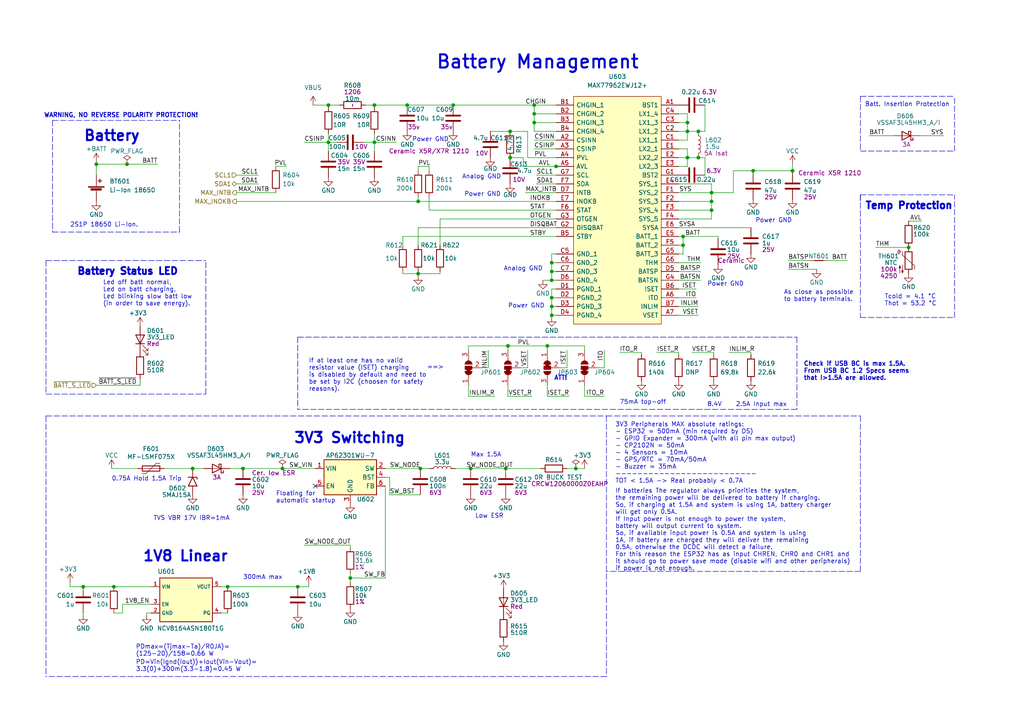
<source format=kicad_sch>
(kicad_sch (version 20211123) (generator eeschema)
  (paper "A4")
  (title_block (title "BATT") (date "2022-05-04") (rev "BETA") (company "tollsimy"))
  (junction (at 70.485 135.89))
  (junction (at 86.36 170.18))
  (junction (at 121.92 135.89))
  (junction (at 55.88 135.89))
  (junction (at 27.94 47.625))
  (junction (at 154.94 30.48))
  (junction (at 118.11 30.48))
  (junction (at 218.44 49.53))
  (junction (at 206.375 58.42))
  (junction (at 206.375 60.96))
  (junction (at 108.585 41.275))
  (junction (at 158.75 100.33))
  (junction (at 154.94 35.56))
  (junction (at 199.39 45.72))
  (junction (at 160.02 86.36))
  (junction (at 198.12 71.12))
  (junction (at 136.525 135.89))
  (junction (at 146.685 135.89))
  (junction (at 95.25 41.275))
  (junction (at 95.25 30.48))
  (junction (at 206.375 55.88))
  (junction (at 33.02 170.18))
  (junction (at 154.94 33.02))
  (junction (at 147.32 100.33))
  (junction (at 121.285 58.42))
  (junction (at 202.565 38.1))
  (junction (at 160.02 88.9))
  (junction (at 147.955 45.72))
  (junction (at 167.005 135.89))
  (junction (at 160.02 78.74))
  (junction (at 160.02 81.28))
  (junction (at 199.39 38.1))
  (junction (at 160.02 91.44))
  (junction (at 36.83 47.625))
  (junction (at 101.6 167.64))
  (junction (at 202.565 45.72))
  (junction (at 81.915 135.89))
  (junction (at 229.87 49.53))
  (junction (at 198.12 68.58))
  (junction (at 160.02 76.2))
  (junction (at 199.39 35.56))
  (junction (at 147.955 38.1))
  (junction (at 24.13 170.18))
  (junction (at 131.445 30.48))
  (junction (at 121.285 79.375))
  (junction (at 66.04 170.18))
  (junction (at 263.525 71.755))
  (junction (at 108.585 30.48))
  (junction (at 161.29 48.26))
  (no_connect (at 91.44 140.97))
  (wire (pts (xy 153.035 38.1) (xy 153.035 45.72)))
  (wire (pts (xy 160.02 88.9) (xy 161.29 88.9)))
  (wire (pts (xy 162.56 48.26) (xy 161.29 48.26)))
  (wire (pts (xy 206.375 55.88) (xy 206.375 58.42)))
  (wire (pts (xy 161.29 83.82) (xy 160.02 83.82)))
  (wire (pts (xy 196.85 83.82) (xy 201.93 83.82)))
  (wire (pts (xy 160.02 81.28) (xy 161.29 81.28)))
  (wire (pts (xy 263.525 71.755) (xy 254 71.755)))
  (wire (pts (xy 95.25 30.48) (xy 98.425 30.48)))
  (wire (pts (xy 153.035 106.68) (xy 151.13 106.68)))
  (wire (pts (xy 199.39 43.18) (xy 199.39 45.72)))
  (wire (pts (xy 121.285 66.04) (xy 121.285 71.12)))
  (wire (pts (xy 206.375 55.88) (xy 196.85 55.88)))
  (wire (pts (xy 200.66 102.235) (xy 207.01 102.235)))
  (wire (pts (xy 121.285 57.15) (xy 121.285 58.42)))
  (wire (pts (xy 42.545 177.8) (xy 42.545 178.435)))
  (wire (pts (xy 190.5 102.235) (xy 196.85 102.235)))
  (wire (pts (xy 64.135 170.18) (xy 66.04 170.18)))
  (wire (pts (xy 155.575 50.8) (xy 161.29 50.8)))
  (wire (pts (xy 32.385 135.89) (xy 40.005 135.89)))
  (wire (pts (xy 160.02 78.74) (xy 160.02 81.28)))
  (wire (pts (xy 81.915 135.89) (xy 91.44 135.89)))
  (wire (pts (xy 206.375 58.42) (xy 196.85 58.42)))
  (wire (pts (xy 164.465 135.89) (xy 167.005 135.89)))
  (polyline (pts (xy 249.555 27.94) (xy 276.86 27.94)))
  (wire (pts (xy 40.64 109.855) (xy 40.64 111.76)))
  (wire (pts (xy 95.25 30.48) (xy 95.25 31.115)))
  (wire (pts (xy 160.02 73.66) (xy 160.02 76.2)))
  (wire (pts (xy 199.39 35.56) (xy 196.85 35.56)))
  (wire (pts (xy 127.635 63.5) (xy 161.29 63.5)))
  (wire (pts (xy 160.02 86.36) (xy 160.02 88.9)))
  (wire (pts (xy 151.765 48.26) (xy 161.29 48.26)))
  (wire (pts (xy 146.685 135.89) (xy 156.845 135.89)))
  (polyline (pts (xy 13.335 75.565) (xy 59.69 75.565)))
  (wire (pts (xy 124.46 49.53) (xy 124.46 48.26)))
  (wire (pts (xy 196.85 81.28) (xy 203.2 81.28)))
  (wire (pts (xy 35.56 175.26) (xy 35.56 177.8)))
  (wire (pts (xy 206.375 60.96) (xy 196.85 60.96)))
  (wire (pts (xy 208.28 69.215) (xy 208.28 68.58)))
  (wire (pts (xy 252.095 39.37) (xy 259.08 39.37)))
  (wire (pts (xy 204.47 30.48) (xy 204.47 38.1)))
  (wire (pts (xy 66.04 170.18) (xy 86.36 170.18)))
  (wire (pts (xy 106.045 30.48) (xy 108.585 30.48)))
  (wire (pts (xy 196.85 91.44) (xy 202.565 91.44)))
  (wire (pts (xy 228.6 78.105) (xy 236.855 78.105)))
  (polyline (pts (xy 15.24 34.925) (xy 52.07 34.925)))
  (polyline (pts (xy 15.24 34.925) (xy 15.24 67.31)))
  (wire (pts (xy 95.25 43.815) (xy 95.25 41.275)))
  (wire (pts (xy 240.03 75.565) (xy 245.745 75.565)))
  (wire (pts (xy 175.26 101.6) (xy 175.26 106.68)))
  (wire (pts (xy 95.25 38.735) (xy 95.25 41.275)))
  (polyline (pts (xy 249.555 56.515) (xy 249.555 92.075)))
  (wire (pts (xy 263.525 64.135) (xy 267.335 64.135)))
  (polyline (pts (xy 13.335 75.565) (xy 13.335 114.3)))
  (wire (pts (xy 196.85 86.36) (xy 201.93 86.36)))
  (wire (pts (xy 36.83 47.625) (xy 45.72 47.625)))
  (wire (pts (xy 169.545 101.6) (xy 169.545 100.33)))
  (polyline (pts (xy 13.335 114.3) (xy 59.69 114.3)))
  (wire (pts (xy 88.265 41.275) (xy 95.25 41.275)))
  (wire (pts (xy 20.32 170.18) (xy 24.13 170.18)))
  (wire (pts (xy 43.815 177.8) (xy 42.545 177.8)))
  (wire (pts (xy 111.76 140.97) (xy 111.76 167.64)))
  (wire (pts (xy 160.02 91.44) (xy 160.02 92.075)))
  (wire (pts (xy 132.08 135.89) (xy 136.525 135.89)))
  (polyline (pts (xy 13.335 120.65) (xy 13.335 196.215)))
  (wire (pts (xy 116.84 78.74) (xy 116.84 79.375)))
  (wire (pts (xy 179.705 102.235) (xy 186.055 102.235)))
  (wire (pts (xy 206.375 53.34) (xy 206.375 55.88)))
  (polyline (pts (xy 249.555 56.515) (xy 249.555 58.42)))
  (wire (pts (xy 217.805 102.87) (xy 217.805 102.235)))
  (wire (pts (xy 152.4 55.88) (xy 161.29 55.88)))
  (wire (pts (xy 229.87 47.625) (xy 229.87 49.53)))
  (wire (pts (xy 211.455 102.235) (xy 217.805 102.235)))
  (wire (pts (xy 206.375 55.88) (xy 212.725 55.88)))
  (wire (pts (xy 74.93 50.8) (xy 68.58 50.8)))
  (wire (pts (xy 101.6 167.64) (xy 111.76 167.64)))
  (wire (pts (xy 154.94 30.48) (xy 161.29 30.48)))
  (wire (pts (xy 151.765 45.72) (xy 151.765 48.26)))
  (wire (pts (xy 90.805 30.48) (xy 95.25 30.48)))
  (wire (pts (xy 27.94 46.99) (xy 27.94 47.625)))
  (polyline (pts (xy 86.36 97.79) (xy 231.14 97.79)))
  (wire (pts (xy 105.41 41.275) (xy 108.585 41.275)))
  (wire (pts (xy 154.94 43.18) (xy 161.29 43.18)))
  (wire (pts (xy 169.545 111.76) (xy 169.545 114.935)))
  (polyline (pts (xy 86.36 97.79) (xy 86.36 118.745)))
  (wire (pts (xy 160.02 86.36) (xy 161.29 86.36)))
  (wire (pts (xy 64.135 177.8) (xy 66.04 177.8)))
  (wire (pts (xy 196.85 53.34) (xy 206.375 53.34)))
  (polyline (pts (xy 249.555 165.735) (xy 175.895 165.735)))
  (wire (pts (xy 218.44 50.165) (xy 218.44 49.53)))
  (wire (pts (xy 199.39 35.56) (xy 199.39 38.1)))
  (wire (pts (xy 175.26 106.68) (xy 173.355 106.68)))
  (wire (pts (xy 154.94 40.64) (xy 161.29 40.64)))
  (wire (pts (xy 196.85 88.9) (xy 202.565 88.9)))
  (wire (pts (xy 206.375 58.42) (xy 206.375 60.96)))
  (wire (pts (xy 116.84 68.58) (xy 116.84 71.12)))
  (wire (pts (xy 47.625 135.89) (xy 55.88 135.89)))
  (wire (pts (xy 147.32 111.76) (xy 147.32 114.935)))
  (wire (pts (xy 206.375 60.96) (xy 206.375 63.5)))
  (wire (pts (xy 113.03 143.51) (xy 113.03 138.43)))
  (wire (pts (xy 24.13 177.8) (xy 24.13 178.435)))
  (wire (pts (xy 199.39 45.72) (xy 199.39 48.26)))
  (wire (pts (xy 127.635 63.5) (xy 127.635 71.12)))
  (wire (pts (xy 20.32 168.91) (xy 20.32 170.18)))
  (wire (pts (xy 70.485 135.89) (xy 81.915 135.89)))
  (wire (pts (xy 101.6 158.115) (xy 101.6 158.75)))
  (wire (pts (xy 27.94 47.625) (xy 36.83 47.625)))
  (wire (pts (xy 158.75 101.6) (xy 158.75 100.33)))
  (wire (pts (xy 161.29 73.66) (xy 160.02 73.66)))
  (polyline (pts (xy 175.895 120.65) (xy 249.555 120.65)))
  (polyline (pts (xy 249.555 56.515) (xy 276.86 56.515)))
  (wire (pts (xy 135.89 111.76) (xy 135.89 114.935)))
  (wire (pts (xy 153.035 101.6) (xy 153.035 106.68)))
  (wire (pts (xy 212.725 49.53) (xy 218.44 49.53)))
  (wire (pts (xy 88.265 158.115) (xy 101.6 158.115)))
  (wire (pts (xy 27.94 111.76) (xy 40.64 111.76)))
  (wire (pts (xy 147.32 114.935) (xy 154.305 114.935)))
  (wire (pts (xy 196.85 78.74) (xy 203.2 78.74)))
  (wire (pts (xy 266.7 39.37) (xy 273.685 39.37)))
  (wire (pts (xy 204.47 38.1) (xy 202.565 38.1)))
  (wire (pts (xy 147.32 100.33) (xy 147.32 101.6)))
  (wire (pts (xy 80.01 48.26) (xy 83.185 48.26)))
  (wire (pts (xy 55.88 135.89) (xy 59.055 135.89)))
  (wire (pts (xy 147.955 38.1) (xy 142.24 38.1)))
  (wire (pts (xy 108.585 38.735) (xy 108.585 41.275)))
  (polyline (pts (xy 249.555 92.075) (xy 276.86 92.075)))
  (wire (pts (xy 202.565 45.72) (xy 204.47 45.72)))
  (wire (pts (xy 199.39 48.26) (xy 196.85 48.26)))
  (polyline (pts (xy 231.14 118.745) (xy 86.36 118.745)))
  (wire (pts (xy 141.605 106.68) (xy 139.7 106.68)))
  (wire (pts (xy 108.585 30.48) (xy 118.11 30.48)))
  (wire (pts (xy 154.94 30.48) (xy 154.94 33.02)))
  (wire (pts (xy 160.02 78.74) (xy 161.29 78.74)))
  (wire (pts (xy 121.92 135.89) (xy 124.46 135.89)))
  (wire (pts (xy 160.02 91.44) (xy 161.29 91.44)))
  (wire (pts (xy 207.01 102.87) (xy 207.01 102.235)))
  (wire (pts (xy 116.84 79.375) (xy 121.285 79.375)))
  (wire (pts (xy 116.84 68.58) (xy 161.29 68.58)))
  (wire (pts (xy 154.94 35.56) (xy 161.29 35.56)))
  (wire (pts (xy 199.39 33.02) (xy 199.39 35.56)))
  (wire (pts (xy 24.13 170.18) (xy 33.02 170.18)))
  (polyline (pts (xy 15.24 67.31) (xy 52.07 67.31)))
  (wire (pts (xy 186.055 102.87) (xy 186.055 102.235)))
  (wire (pts (xy 33.02 170.18) (xy 43.815 170.18)))
  (wire (pts (xy 199.39 38.1) (xy 196.85 38.1)))
  (wire (pts (xy 229.87 50.165) (xy 229.87 49.53)))
  (wire (pts (xy 196.85 33.02) (xy 199.39 33.02)))
  (wire (pts (xy 198.12 68.58) (xy 208.28 68.58)))
  (wire (pts (xy 196.85 73.66) (xy 198.12 73.66)))
  (wire (pts (xy 124.46 57.15) (xy 124.46 60.96)))
  (wire (pts (xy 164.465 101.6) (xy 164.465 106.68)))
  (wire (pts (xy 27.94 50.8) (xy 27.94 47.625)))
  (wire (pts (xy 136.525 135.89) (xy 146.685 135.89)))
  (wire (pts (xy 108.585 30.48) (xy 108.585 31.115)))
  (wire (pts (xy 199.39 40.64) (xy 196.85 40.64)))
  (wire (pts (xy 196.85 43.18) (xy 199.39 43.18)))
  (wire (pts (xy 160.02 88.9) (xy 160.02 91.44)))
  (wire (pts (xy 35.56 175.26) (xy 43.815 175.26)))
  (wire (pts (xy 161.29 45.72) (xy 153.035 45.72)))
  (wire (pts (xy 121.285 66.04) (xy 161.29 66.04)))
  (wire (pts (xy 121.285 58.42) (xy 68.58 58.42)))
  (wire (pts (xy 199.39 38.1) (xy 202.565 38.1)))
  (wire (pts (xy 204.47 45.72) (xy 204.47 50.8)))
  (wire (pts (xy 196.85 45.72) (xy 199.39 45.72)))
  (wire (pts (xy 89.535 169.545) (xy 89.535 170.18)))
  (wire (pts (xy 169.545 114.935) (xy 175.26 114.935)))
  (wire (pts (xy 154.94 35.56) (xy 154.94 38.1)))
  (wire (pts (xy 135.89 100.33) (xy 147.32 100.33)))
  (wire (pts (xy 121.285 58.42) (xy 161.29 58.42)))
  (wire (pts (xy 164.465 106.68) (xy 162.56 106.68)))
  (polyline (pts (xy 276.86 92.075) (xy 276.86 56.515)))
  (polyline (pts (xy 52.07 67.31) (xy 52.07 34.925)))
  (wire (pts (xy 135.89 114.935) (xy 143.51 114.935)))
  (wire (pts (xy 108.585 41.275) (xy 114.935 41.275)))
  (wire (pts (xy 147.955 45.72) (xy 151.765 45.72)))
  (wire (pts (xy 154.94 38.1) (xy 161.29 38.1)))
  (wire (pts (xy 158.75 111.76) (xy 158.75 114.935)))
  (wire (pts (xy 66.675 135.89) (xy 70.485 135.89)))
  (wire (pts (xy 124.46 60.96) (xy 161.29 60.96)))
  (wire (pts (xy 196.85 71.12) (xy 198.12 71.12)))
  (wire (pts (xy 113.03 143.51) (xy 121.92 143.51)))
  (wire (pts (xy 196.85 102.87) (xy 196.85 102.235)))
  (wire (pts (xy 198.12 71.12) (xy 198.12 68.58)))
  (wire (pts (xy 212.725 55.88) (xy 212.725 49.53)))
  (wire (pts (xy 160.02 76.2) (xy 160.02 78.74)))
  (wire (pts (xy 118.11 30.48) (xy 131.445 30.48)))
  (polyline (pts (xy 175.895 120.65) (xy 175.895 196.215)))
  (polyline (pts (xy 276.86 43.815) (xy 276.86 27.94)))
  (polyline (pts (xy 249.555 43.815) (xy 276.86 43.815)))
  (wire (pts (xy 141.605 101.6) (xy 141.605 106.68)))
  (polyline (pts (xy 249.555 120.65) (xy 249.555 165.735)))
  (wire (pts (xy 218.44 49.53) (xy 229.87 49.53)))
  (wire (pts (xy 158.75 114.935) (xy 165.1 114.935)))
  (wire (pts (xy 131.445 30.48) (xy 154.94 30.48)))
  (polyline (pts (xy 13.335 120.65) (xy 175.895 120.65)))
  (wire (pts (xy 198.12 73.66) (xy 198.12 71.12)))
  (wire (pts (xy 160.02 83.82) (xy 160.02 86.36)))
  (wire (pts (xy 68.58 55.88) (xy 80.01 55.88)))
  (wire (pts (xy 121.285 79.375) (xy 127.635 79.375)))
  (wire (pts (xy 111.76 138.43) (xy 113.03 138.43)))
  (wire (pts (xy 101.6 167.64) (xy 101.6 168.91)))
  (wire (pts (xy 95.25 41.275) (xy 97.79 41.275)))
  (wire (pts (xy 153.035 38.1) (xy 147.955 38.1)))
  (wire (pts (xy 135.89 101.6) (xy 135.89 100.33)))
  (polyline (pts (xy 175.895 196.215) (xy 13.335 196.215)))
  (wire (pts (xy 121.285 80.01) (xy 121.285 79.375)))
  (wire (pts (xy 157.48 81.28) (xy 160.02 81.28)))
  (wire (pts (xy 167.005 135.89) (xy 169.545 135.89)))
  (wire (pts (xy 124.46 48.26) (xy 121.285 48.26)))
  (wire (pts (xy 199.39 45.72) (xy 202.565 45.72)))
  (wire (pts (xy 101.6 167.64) (xy 101.6 166.37)))
  (wire (pts (xy 86.36 170.18) (xy 89.535 170.18)))
  (wire (pts (xy 206.375 63.5) (xy 196.85 63.5)))
  (wire (pts (xy 74.93 53.34) (xy 68.58 53.34)))
  (polyline (pts (xy 231.14 97.79) (xy 231.14 118.745)))
  (wire (pts (xy 121.285 78.74) (xy 121.285 79.375)))
  (wire (pts (xy 121.285 48.26) (xy 121.285 49.53)))
  (wire (pts (xy 196.85 68.58) (xy 198.12 68.58)))
  (wire (pts (xy 228.6 75.565) (xy 234.95 75.565)))
  (wire (pts (xy 108.585 41.275) (xy 108.585 43.815)))
  (wire (pts (xy 196.85 66.04) (xy 217.805 66.04)))
  (wire (pts (xy 158.75 100.33) (xy 147.32 100.33)))
  (wire (pts (xy 155.575 53.34) (xy 161.29 53.34)))
  (wire (pts (xy 111.76 135.89) (xy 121.92 135.89)))
  (wire (pts (xy 196.85 76.2) (xy 203.2 76.2)))
  (wire (pts (xy 127.635 78.74) (xy 127.635 79.375)))
  (wire (pts (xy 154.94 33.02) (xy 161.29 33.02)))
  (polyline (pts (xy 59.69 114.3) (xy 59.69 75.565)))
  (polyline (pts (xy 249.555 27.94) (xy 249.555 43.815)))
  (wire (pts (xy 33.02 177.8) (xy 35.56 177.8)))
  (wire (pts (xy 199.39 38.1) (xy 199.39 40.64)))
  (wire (pts (xy 154.94 33.02) (xy 154.94 35.56)))
  (wire (pts (xy 161.29 76.2) (xy 160.02 76.2)))
  (wire (pts (xy 169.545 100.33) (xy 158.75 100.33)))
  (text "ATT!" (at 160.655 110.49 0) (effects (font (size 1.27 1.27) (thickness 0.254) bold) (justify left bottom)))
  (text "Battery Management" (at 126.365 20.32 0) (effects (font (size 3.81 3.81) (thickness 0.6) bold) (justify left bottom)))
  (text "3V3 Switching" (at 85.09 128.905 0) (effects (font (size 3 3) (thickness 0.6) bold) (justify left bottom)))
  (text "Battery" (at 24.13 41.275 0) (effects (font (size 3 3) (thickness 0.6) bold) (justify left bottom)))
  (text "TVS VBR 17V IBR=1mA" (at 44.45 151.13 0) (effects (font (size 1.27 1.27)) (justify left bottom)))
  (text "3V3 Peripherals MAX absolute ratings:\n- ESP32 = 500mA (min required by DS)\n- GPIO Expander = 300mA (with all pin max output)\n- CP2102N = 50mA\n- 4 Sensors = 10mA\n- GPS/RTC = 70mA/50mA\n- Buzzer = 35mA\n--------------------------\nTOT < 1.5A -> Real probably < 0.7A" (at 178.435 140.335 0) (effects (font (size 1.27 1.27)) (justify left bottom)))
  (text "Power GND" (at 205.105 83.185 0) (effects (font (size 1.27 1.27)) (justify left bottom)))
  (text "2.5A Input max" (at 213.36 118.11 0) (effects (font (size 1.27 1.27)) (justify left bottom)))
  (text "If at least one has no valid\nresistor value (ISET) charging \nis disabled by default and need to\nbe set by I2C (choosen for safety\nreasons)." (at 89.535 113.665 0) (effects (font (size 1.27 1.27)) (justify left bottom)))
  (text "Batt. Insertion Protection" (at 250.825 31.115 0) (effects (font (size 1.27 1.27)) (justify left bottom)))
  (text "Analog GND" (at 133.985 52.07 0) (effects (font (size 1.27 1.27)) (justify left bottom)))
  (text "PD=Vin(Ignd(Iout))+Iout(Vin-Vout)=\n3.3(0)+300m(3.3-1.8)=0.45 W" (at 39.37 194.945 0) (effects (font (size 1.27 1.27)) (justify left bottom)))
  (text "Led off batt normal,\nLed on batt charging,\nLed blinking slow batt low\n(in order to save energy)." (at 29.845 88.9 0) (effects (font (size 1.27 1.27)) (justify left bottom)))
  (text "Temp Protection" (at 250.825 60.96 0) (effects (font (size 2.032 2.032) (thickness 0.6) bold) (justify left bottom)))
  (text "300mA max" (at 70.485 168.275 0) (effects (font (size 1.27 1.27)) (justify left bottom)))
  (text "Power GND" (at 147.32 89.535 0) (effects (font (size 1.27 1.27)) (justify left bottom)))
  (text "8.4V" (at 205.105 118.11 0) (effects (font (size 1.27 1.27)) (justify left bottom)))
  (text "Tcold = 4.1 °C\nThot = 53.2 °C" (at 256.54 88.9 0) (effects (font (size 1.27 1.27)) (justify left bottom)))
  (text "PDmax=(Tjmax-Ta)/R0JA)=\n(125-20)/158=0.66 W" (at 39.37 190.5 0) (effects (font (size 1.27 1.27)) (justify left bottom)))
  (text "Check if USB BC is max 1.5A.\nFrom USB BC 1.2 Specs seems\nthat I>1.5A are allowed." (at 233.045 110.49 0) (effects (font (size 1.27 1.27) (thickness 0.254) bold) (justify left bottom)))
  (text "Power GND" (at 134.62 57.15 0) (effects (font (size 1.27 1.27)) (justify left bottom)))
  (text "WARNING, NO REVERSE POLARITY PROTECTION!" (at 12.7 34.29 0) (effects (font (size 1.27 1.27) (thickness 0.254) bold) (justify left bottom)))
  (text "Max 1.5A" (at 136.525 132.715 0) (effects (font (size 1.27 1.27)) (justify left bottom)))
  (text "75mA top-off" (at 179.705 117.475 0) (effects (font (size 1.27 1.27)) (justify left bottom)))
  (text "If batteries The regulator always priorities the system,\nthe remaining power will be delivered to battery if charging.\nSo, if charging at 1.5A and system is using 1A, battery charger\nwill get only 0.5A.\nIf Input power is not enough to power the system,\nbattery will output current to system.\nSo, if available input power is 0.5A and system is using\n1A, if battery are charged they will deliver the remaining\n0.5A, otherwise the DCDC will detect a failure.\nFor this reason the ESP32 has as input CHREN, CHR0 and CHR1 and\nit should go to power save mode (disable wifi and other peripherals)\nif power is not enough." (at 178.435 165.735 0) (effects (font (size 1.27 1.27)) (justify left bottom)))
  (text "0.75A Hold 1.5A Trip" (at 32.385 139.7 0) (effects (font (size 1.27 1.27)) (justify left bottom)))
  (text "Floating for \nautomatic startup" (at 80.01 146.05 0) (effects (font (size 1.27 1.27)) (justify left bottom)))
  (text "Battery Status LED" (at 22.225 80.01 0) (effects (font (size 2.032 2.032) (thickness 0.6) bold) (justify left bottom)))
  (text "==>" (at 123.825 107.315 0) (effects (font (size 1.27 1.27)) (justify left bottom)))
  (text "Power GND" (at 219.075 64.77 0) (effects (font (size 1.27 1.27)) (justify left bottom)))
  (text "As close as possible\nto battery terminals." (at 227.33 87.63 0) (effects (font (size 1.27 1.27)) (justify left bottom)))
  (text "2S1P 18650 Li-Ion.\n" (at 20.32 66.04 0) (effects (font (size 1.27 1.27)) (justify left bottom)))
  (text "Analog GND" (at 146.05 78.74 0) (effects (font (size 1.27 1.27)) (justify left bottom)))
  (text "Power GND" (at 130.175 41.275 180) (effects (font (size 1.27 1.27)) (justify right bottom)))
  (text "Low ESR" (at 137.795 150.495 0) (effects (font (size 1.27 1.27)) (justify left bottom)))
  (text "1V8 Linear" (at 41.275 163.195 0) (effects (font (size 3 3) (thickness 0.6) bold) (justify left bottom)))
  (label "MAX_INTB" (at 152.4 55.88 0))
  (label "CSINP" (at 88.265 41.275 0))
  (label "INLIM" (at 141.605 101.6 270))
  (label "INOKB" (at 153.67 58.42 0))
  (label "THM" (at 203.2 76.2 180))
  (label "ISET_R" (at 190.5 102.235 0))
  (label "BATT" (at 45.72 47.625 180))
  (label "SW_NODE_OUT" (at 88.265 158.115 0))
  (label "BATSP" (at 228.6 75.565 0))
  (label "VSET_R" (at 154.305 114.935 180))
  (label "PVL" (at 154.94 45.72 0))
  (label "1V8_EN" (at 36.195 175.26 0))
  (label "ISET_R" (at 165.1 114.935 180))
  (label "ISET" (at 164.465 101.6 270))
  (label "VSET" (at 202.565 91.44 180))
  (label "BATT" (at 252.095 39.37 0))
  (label "SYS" (at 273.685 39.37 180))
  (label "STAT" (at 153.67 60.96 0))
  (label "SW_FB" (at 111.76 167.64 180))
  (label "CSINN" (at 154.94 40.64 0))
  (label "ITO" (at 201.93 86.36 180))
  (label "INLIM" (at 202.565 88.9 180))
  (label "PVL" (at 153.67 100.33 180))
  (label "INLIM_R" (at 211.455 102.235 0))
  (label "SW_BST" (at 113.03 143.51 0))
  (label "VSET" (at 153.035 101.6 270))
  (label "PVL" (at 83.185 48.26 180))
  (label "SDA1" (at 155.575 53.34 0))
  (label "SW_NODE_OUT" (at 135.255 135.89 0))
  (label "THM" (at 254 71.755 0))
  (label "PVL" (at 121.285 48.26 0))
  (label "BATSN" (at 228.6 78.105 0))
  (label "BATT" (at 203.2 68.58 180))
  (label "AVL" (at 156.21 48.26 0))
  (label "~{BATT_S_LED}" (at 28.575 111.76 0))
  (label "DISQBAT" (at 153.67 66.04 0))
  (label "SYSA" (at 196.85 66.04 0))
  (label "ISET" (at 201.93 83.82 180))
  (label "SW_NODE" (at 113.03 135.89 0))
  (label "BATT" (at 245.745 75.565 180))
  (label "SDA1" (at 74.93 53.34 180))
  (label "BATSP" (at 203.2 78.74 180))
  (label "VSET_R" (at 200.66 102.235 0))
  (label "ITO_R" (at 179.705 102.235 0))
  (label "ITO_R" (at 175.26 114.935 180))
  (label "CHGIN" (at 152.4 30.48 0))
  (label "INLIM_R" (at 143.51 114.935 180))
  (label "STBY" (at 153.67 68.58 0))
  (label "BATSN" (at 203.2 81.28 180))
  (label "SCL1" (at 74.93 50.8 180))
  (label "MAX_INTB" (at 78.105 55.88 180))
  (label "OTGEN" (at 153.67 63.5 0))
  (label "AVL" (at 267.335 64.135 180))
  (label "SW_VIN" (at 83.82 135.89 0))
  (label "SYS" (at 200.66 55.88 180))
  (label "ITO" (at 175.26 101.6 270))
  (label "CSINP" (at 154.94 43.18 0))
  (label "CSINN" (at 114.935 41.275 180))
  (label "SCL1" (at 155.575 50.8 0))
  (hierarchical_label "MAX_INTB" (shape output) (at 68.58 55.88 180))
  (hierarchical_label "SCL1" (shape input) (at 68.58 50.8 180))
  (hierarchical_label "~{BATT_S_LED}" (shape input) (at 27.94 111.76 180))
  (hierarchical_label "SDA1" (shape bidirectional) (at 68.58 53.34 180))
  (hierarchical_label "MAX_INOKB" (shape output) (at 68.58 58.42 180))
  (symbol (lib_id "Device:C") (at 86.36 173.99 0) (unit 1)
    (property "Reference" "C603" (at 89.535 172.7199 0) (effects (justify left)))
    (property "Value" "10u" (at 89.535 175.2599 0) (effects (justify left)))
    (property "Footprint" "Capacitor_SMD:C_0805_2012Metric" (effects hide))
  )
  (symbol (lib_id "power:GND") (at 186.055 110.49 0) (unit 1)
    (property "Reference" "#PWR0630" (effects hide))
    (property "Value" "GND" (at 186.055 114.3 0))
  )
  (symbol (lib_id "power:GND") (at 136.525 143.51 0) (unit 1)
    (property "Reference" "#PWR0619" (effects hide))
    (property "Value" "GND" (at 136.525 147.32 0))
  )
  (symbol (lib_id "Device:R") (at 40.64 106.045 0) (unit 1)
    (property "Reference" "R602" (at 42.545 105.41 0) (effects (justify left)))
    (property "Value" "510R" (at 42.545 107.315 0) (effects (justify left)))
    (property "Footprint" "Resistor_SMD:R_0603_1608Metric" (effects hide))
  )
  (symbol (lib_id "power:GND") (at 55.88 143.51 0) (unit 1)
    (property "Reference" "#PWR0608" (effects hide))
    (property "Value" "GND" (at 55.88 147.32 0))
  )
  (symbol (lib_id "Device:C") (at 200.66 50.8 90) (unit 1)
    (property "Reference" "C615" (at 199.39 52.07 90) (effects (justify left)))
    (property "Value" "0.22u" (at 207.645 52.07 90) (effects (justify left)))
    (property "Footprint" "Capacitor_SMD:C_0603_1608Metric" (effects hide))
    (property "Voltage" "6.3V" (at 207.01 49.53 90))
  )
  (symbol (lib_id "Device:C") (at 146.685 139.7 0) (unit 1)
    (property "Reference" "C612" (at 149.225 139.065 0) (effects (justify left)))
    (property "Value" "22u" (at 149.225 140.97 0) (effects (justify left)))
    (property "Footprint" "Capacitor_SMD:C_1206_3216Metric" (effects hide))
    (property "Voltage" "6V3" (at 149.225 142.875 0) (effects (justify left)))
  )
  (symbol (lib_id "ICCI-LIB:AP62301WU-7") (at 101.6 138.43 0) (unit 1)
    (property "Reference" "U602" (at 106.045 144.78 0))
    (property "Value" "AP62301WU-7" (at 101.6 132.08 0))
    (property "Footprint" "Package_TO_SOT_SMD:TSOT-23-6" (effects hide))
  )
  (symbol (lib_id "Device:C") (at 131.445 34.29 0) (mirror y) (unit 1)
    (property "Reference" "C609" (at 131.445 31.75 0) (effects (justify left)))
    (property "Value" "10u" (at 128.905 34.29 0) (effects (justify left)))
    (property "Footprint" "Capacitor_SMD:C_0805_2012Metric" (effects hide))
    (property "Voltage" "35v" (at 129.54 36.83 0))
  )
  (symbol (lib_id "power:GND") (at 95.25 51.435 0) (mirror y) (unit 1)
    (property "Reference" "#PWR0612" (effects hide))
    (property "Value" "GND" (at 95.25 55.245 0))
  )
  (symbol (lib_id "Device:C") (at 121.92 139.7 0) (unit 1)
    (property "Reference" "C608" (at 124.46 139.065 0) (effects (justify left)))
    (property "Value" "100n" (at 124.46 140.97 0) (effects (justify left)))
    (property "Footprint" "Capacitor_SMD:C_0603_1608Metric" (effects hide))
    (property "Voltage" "6V3" (at 124.46 142.875 0) (effects (justify left)))
  )
  (symbol (lib_id "power:GND") (at 157.48 81.28 0) (unit 1)
    (property "Reference" "#PWR0625" (effects hide))
    (property "Value" "GND" (at 157.48 85.09 0))
  )
  (symbol (lib_id "power:PWR_FLAG") (at 167.005 135.89 0) (unit 1)
    (property "Reference" "#FLG0601" (effects hide))
    (property "Value" "PWR_FLAG" (effects hide))
  )
  (symbol (lib_id "power:+3V3") (at 146.05 170.815 0) (unit 1)
    (property "Reference" "#PWR0627" (effects hide))
    (property "Value" "+3V3" (at 145.415 167.005 0))
  )
  (symbol (lib_id "Device:C") (at 108.585 47.625 0) (mirror x) (unit 1)
    (property "Reference" "C606" (at 102.235 45.085 0) (effects (justify left)))
    (property "Value" "15n" (at 102.235 48.895 0) (effects (justify left)))
    (property "Footprint" "Capacitor_SMD:C_0603_1608Metric" (effects hide))
    (property "Voltage" "35V" (at 104.14 46.99 0))
  )
  (symbol (lib_id "power:GND") (at 207.01 110.49 0) (unit 1)
    (property "Reference" "#PWR0632" (effects hide))
    (property "Value" "GND" (at 207.01 114.3 0))
  )
  (symbol (lib_id "power:GND") (at 101.6 176.53 0) (unit 1)
    (property "Reference" "#PWR0614" (effects hide))
    (property "Value" "GND" (at 101.6 180.34 0))
  )
  (symbol (lib_id "Device:R") (at 102.235 30.48 90) (unit 1)
    (property "Reference" "R608" (at 102.235 24.765 90))
    (property "Value" "10m" (at 102.235 28.575 90))
    (property "Footprint" "Resistor_SMD:R_1206_3216Metric" (effects hide))
    (property "Datasheet" "~" (at 102.235 30.48 0))
    (property "Package" "1206" (at 102.235 26.67 90))
  )
  (symbol (lib_id "Device:Thermistor_NTC") (at 263.525 75.565 0) (unit 1)
    (property "Reference" "TH601" (at 254.635 74.295 0) (effects (justify left)))
    (property "Value" "NTC" (at 256.54 76.2 0) (effects (justify left)))
    (property "Footprint" "Resistor_SMD:R_0603_1608Metric" (effects hide))
    (property "Datasheet" "https://www.mouser.it/datasheet/2/3/ABNTC_0603-253472.pdf" (effects hide))
    (property "Model" "ABNTC-0603-104J-4250F-T" (effects hide))
    (property "R25" "100k" (at 257.81 78.105 0))
    (property "Beta" "4250" (at 257.81 80.01 0))
  )
  (symbol (lib_id "Device:C") (at 218.44 53.975 0) (unit 1)
    (property "Reference" "C618" (at 221.615 52.7049 0) (effects (justify left)))
    (property "Value" "47u" (at 221.615 55.2449 0) (effects (justify left)))
    (property "Footprint" "Capacitor_SMD:C_1210_3225Metric" (effects hide))
    (property "Voltage" "25V" (at 223.52 57.15 0))
    (property "Tech" "Ceramic X5R 1210" (at 240.665 50.165 0))
  )
  (symbol (lib_id "power:GND") (at 196.85 110.49 0) (unit 1)
    (property "Reference" "#PWR0631" (effects hide))
    (property "Value" "GND" (at 196.85 114.3 0))
  )
  (symbol (lib_id "Device:Polyfuse") (at 43.815 135.89 270) (unit 1)
    (property "Reference" "F601" (at 43.815 130.175 90))
    (property "Value" "MF-LSMF075X" (at 43.815 132.4864 90))
    (property "Footprint" "ICCI-LIB:Bourns_MF-LSMF" (effects hide))
    (property "Datasheet" "https://www.farnell.com/datasheets/664999.pdf" (effects hide))
  )
  (symbol (lib_id "Jumper:SolderJumper_3_Bridged12") (at 169.545 106.68 90) (unit 1)
    (property "Reference" "JP604" (at 178.435 107.95 90) (effects (justify left)))
    (property "Value" "SolderJumper_3_Bridged12" (effects hide))
    (property "Footprint" "Jumper:SolderJumper-3_P1.3mm_Open_RoundedPad1.0x1.5mm_NumberLabels" (effects hide))
  )
  (symbol (lib_id "power:+1V8") (at 89.535 169.545 0) (unit 1)
    (property "Reference" "#PWR0611" (effects hide))
    (property "Value" "+1V8" (at 88.9 165.735 0))
  )
  (symbol (lib_id "Device:C") (at 208.28 73.025 0) (unit 1)
    (property "Reference" "C616" (at 208.915 70.485 0) (effects (justify left)))
    (property "Value" "10u" (at 210.82 72.39 0) (effects (justify left)))
    (property "Footprint" "Capacitor_SMD:C_0805_2012Metric" (effects hide))
    (property "Voltage" "25V" (at 212.725 74.295 0))
    (property "Tech" "Ceramic" (at 212.09 75.565 0))
  )
  (symbol (lib_id "power:GND") (at 86.36 177.8 0) (unit 1)
    (property "Reference" "#PWR0610" (effects hide))
    (property "Value" "GND" (at 86.36 181.61 0))
  )
  (symbol (lib_id "power:VSYS") (at 32.385 135.89 0) (unit 1)
    (property "Reference" "#PWR0605" (effects hide))
    (property "Value" "VSYS" (at 32.385 132.08 0))
  )
  (symbol (lib_id "Device:R") (at 33.02 173.99 0) (unit 1)
    (property "Reference" "R601" (at 26.67 172.72 0) (effects (justify left)))
    (property "Value" "10k" (at 27.94 175.26 0) (effects (justify left)))
    (property "Footprint" "Resistor_SMD:R_0603_1608Metric" (effects hide))
  )
  (symbol (lib_id "Device:R") (at 80.01 52.07 0) (unit 1)
    (property "Reference" "R604" (at 81.915 50.7999 0) (effects (justify left)))
    (property "Value" "10k" (at 81.915 53.3399 0) (effects (justify left)))
    (property "Footprint" "Resistor_SMD:R_0603_1608Metric" (effects hide))
  )
  (symbol (lib_id "power:+3V3") (at 169.545 135.89 0) (unit 1)
    (property "Reference" "#PWR0629" (effects hide))
    (property "Value" "+3V3" (at 168.91 132.08 0))
  )
  (symbol (lib_id "Device:C") (at 200.66 30.48 90) (unit 1)
    (property "Reference" "C614" (at 207.645 29.21 90) (effects (justify left)))
    (property "Value" "0.22u" (at 203.2 26.67 90) (effects (justify left)))
    (property "Footprint" "Capacitor_SMD:C_0603_1608Metric" (effects hide))
    (property "Voltage" "6.3V" (at 205.74 26.67 90))
  )
  (symbol (lib_id "Jumper:SolderJumper_3_Bridged12") (at 158.75 106.68 90) (mirror x) (unit 1)
    (property "Reference" "JP603" (at 167.64 107.95 90) (effects (justify left)))
    (property "Value" "SolderJumper_3_Bridged12" (effects hide))
    (property "Footprint" "Jumper:SolderJumper-3_P1.3mm_Open_RoundedPad1.0x1.5mm_NumberLabels" (effects hide))
  )
  (symbol (lib_id "power:+3V3") (at 20.32 168.91 0) (unit 1)
    (property "Reference" "#PWR0601" (effects hide))
    (property "Value" "+3V3" (at 19.685 165.1 0))
  )
  (symbol (lib_id "Device:LED") (at 146.05 174.625 90) (unit 1)
    (property "Reference" "D605" (at 147.955 172.085 90) (effects (justify right)))
    (property "Value" "3V3_LED" (at 147.955 173.99 90) (effects (justify right)))
    (property "Footprint" "LED_SMD:LED_0805_2012Metric" (effects hide))
    (property "Color" "Red" (at 147.955 175.895 90) (effects (justify right)))
  )
  (symbol (lib_id "Device:C") (at 147.955 49.53 0) (mirror y) (unit 1)
    (property "Reference" "C613" (at 153.035 47.625 0) (effects (justify left)))
    (property "Value" "4.7u" (at 154.305 49.53 0) (effects (justify left)))
    (property "Footprint" "Capacitor_SMD:C_0603_1608Metric" (effects hide))
    (property "Voltage" "10V" (at 150.495 52.07 0))
  )
  (symbol (lib_id "Device:R") (at 101.6 162.56 0) (unit 1)
    (property "Reference" "R606" (at 102.87 160.655 0) (effects (justify left)))
    (property "Value" "31,6k" (at 102.87 162.56 0) (effects (justify left)))
    (property "Footprint" "Resistor_SMD:R_0603_1608Metric" (effects hide))
    (property "Tolerance" "1%" (at 102.87 164.465 0) (effects (justify left)))
  )
  (symbol (lib_id "power:GND") (at 229.87 57.785 0) (unit 1)
    (property "Reference" "#PWR0638" (effects hide))
    (property "Value" "GND" (at 229.87 61.595 0))
  )
  (symbol (lib_id "power:GND") (at 160.02 92.075 0) (unit 1)
    (property "Reference" "#PWR0626" (effects hide))
    (property "Value" "GND" (at 160.02 95.885 0))
  )
  (symbol (lib_id "Device:R") (at 116.84 74.93 0) (unit 1)
    (property "Reference" "R612" (at 111.76 71.12 0) (effects (justify left)))
    (property "Value" "10k" (at 111.76 74.93 0) (effects (justify left)))
    (property "Footprint" "Resistor_SMD:R_0603_1608Metric" (effects hide))
  )
  (symbol (lib_id "Device:Battery_Cell") (at 27.94 55.88 0) (unit 1)
    (property "Reference" "BT601" (at 31.75 52.5779 0) (effects (justify left)))
    (property "Value" "Li-Ion 18650" (at 31.75 55.1179 0) (effects (justify left)))
    (property "Footprint" "ICCI-LIB:BAT_1048" (effects hide))
  )
  (symbol (lib_id "Device:D_Schottky") (at 262.89 39.37 180) (unit 1)
    (property "Reference" "D606" (at 262.5725 33.655 0))
    (property "Value" "VSSAF3L45HM3_A{slash}I" (at 263.525 35.56 0))
    (property "Footprint" "ICCI-LIB:VSSAF3L45HM3" (effects hide))
    (property "Curr" "3A" (at 262.89 41.91 0))
  )
  (symbol (lib_id "Device:L") (at 202.565 41.91 0) (unit 1)
    (property "Reference" "L602" (at 204.47 40.6399 0) (effects (justify left)))
    (property "Value" "1.5u" (at 204.47 42.545 0) (effects (justify left)))
    (property "Footprint" "Inductor_SMD:L_Coilcraft_XxL4040" (effects hide))
    (property "Current Rating" "5A Isat" (at 207.645 44.45 0))
    (property "Product Name" "XAL4020-152ME" (effects hide))
  )
  (symbol (lib_id "Device:R") (at 121.285 74.93 0) (unit 1)
    (property "Reference" "R621" (at 121.92 71.12 0) (effects (justify left)))
    (property "Value" "10k" (at 122.555 74.93 0) (effects (justify left)))
    (property "Footprint" "Resistor_SMD:R_0603_1608Metric" (effects hide))
  )
  (symbol (lib_id "Device:R") (at 127.635 74.93 0) (unit 1)
    (property "Reference" "R622" (at 128.27 71.12 0) (effects (justify left)))
    (property "Value" "10k" (at 128.905 74.93 0) (effects (justify left)))
    (property "Footprint" "Resistor_SMD:R_0603_1608Metric" (effects hide))
  )
  (symbol (lib_id "power:GND") (at 217.805 110.49 0) (unit 1)
    (property "Reference" "#PWR0635" (effects hide))
    (property "Value" "GND" (at 217.805 114.3 0))
  )
  (symbol (lib_id "power:GND") (at 24.13 178.435 0) (unit 1)
    (property "Reference" "#PWR0602" (effects hide))
    (property "Value" "GND" (at 24.13 182.245 0))
  )
  (symbol (lib_id "Device:L") (at 128.27 135.89 90) (unit 1)
    (property "Reference" "L601" (at 128.27 132.08 90))
    (property "Value" "3.3u" (at 128.27 133.985 90))
    (property "Footprint" "Inductor_SMD:L_Bourns_SRP7028A_7.3x6.6mm" (effects hide))
    (property "Datasheet" "https://www.mouser.it/datasheet/2/54/Bourns_SRP7020TA_datasheet-2758365.pdf" (effects hide))
    (property "Model" "SRP7020TA-3R3M" (effects hide))
  )
  (symbol (lib_id "Device:R") (at 108.585 34.925 0) (unit 1)
    (property "Reference" "R609" (at 102.235 33.655 0) (effects (justify left)))
    (property "Value" "10R" (at 103.505 36.195 0) (effects (justify left)))
    (property "Footprint" "Resistor_SMD:R_0603_1608Metric" (effects hide))
  )
  (symbol (lib_id "Device:R") (at 147.955 41.91 0) (unit 1)
    (property "Reference" "R613" (at 150.495 44.45 90) (effects (justify left)))
    (property "Value" "4.7R" (at 147.955 43.815 90) (effects (justify left)))
    (property "Footprint" "Resistor_SMD:R_0603_1608Metric" (effects hide))
  )
  (symbol (lib_id "power:GND") (at 208.28 76.835 0) (unit 1)
    (property "Reference" "#PWR0633" (effects hide))
    (property "Value" "GND" (at 208.28 80.645 0))
  )
  (symbol (lib_id "power:GND") (at 101.6 146.05 0) (unit 1)
    (property "Reference" "#PWR0613" (effects hide))
    (property "Value" "GND" (at 101.6 149.86 0))
  )
  (symbol (lib_id "Device:C") (at 142.24 41.91 0) (mirror y) (unit 1)
    (property "Reference" "C611" (at 147.32 40.005 0) (effects (justify left)))
    (property "Value" "4.7u" (at 141.605 40.005 0) (effects (justify left)))
    (property "Footprint" "Capacitor_SMD:C_0603_1608Metric" (effects hide))
    (property "Voltage" "10V" (at 139.7 44.45 0))
  )
  (symbol (lib_id "Device:NetTie_2") (at 237.49 75.565 0) (unit 1)
    (property "Reference" "NT601" (at 237.49 74.295 0))
    (property "Value" "NetTie_2" (effects hide))
    (property "Footprint" "NetTie:NetTie-2_SMD_Pad2.0mm" (effects hide))
  )
  (symbol (lib_id "Device:C") (at 118.11 34.29 0) (mirror y) (unit 1)
    (property "Reference" "C607" (at 123.19 31.75 0) (effects (justify left)))
    (property "Value" "10u" (at 124.46 34.29 0) (effects (justify left)))
    (property "Footprint" "Capacitor_SMD:C_0805_2012Metric" (effects hide))
    (property "Voltage" "35v" (at 120.015 36.83 0))
    (property "Tech" "Ceramic X5R/X7R 1210" (at 124.46 43.815 0))
  )
  (symbol (lib_id "power:GND") (at 146.685 143.51 0) (unit 1)
    (property "Reference" "#PWR0623" (effects hide))
    (property "Value" "GND" (at 146.685 147.32 0))
  )
  (symbol (lib_id "Device:C") (at 24.13 173.99 0) (unit 1)
    (property "Reference" "C601" (at 16.51 172.72 0) (effects (justify left)))
    (property "Value" "1u" (at 19.05 175.26 0) (effects (justify left)))
    (property "Footprint" "Capacitor_SMD:C_0603_1608Metric" (effects hide))
  )
  (symbol (lib_id "Device:R") (at 217.805 106.68 0) (unit 1)
    (property "Reference" "R619" (at 219.71 105.4099 0) (effects (justify left)))
    (property "Value" "22,6k" (at 219.71 107.9499 0) (effects (justify left)))
    (property "Footprint" "Resistor_SMD:R_0603_1608Metric" (effects hide))
  )
  (symbol (lib_id "power:GND") (at 263.525 79.375 0) (unit 1)
    (property "Reference" "#PWR0640" (effects hide))
    (property "Value" "GND" (at 263.525 83.185 0))
  )
  (symbol (lib_id "Device:R") (at 146.05 182.245 0) (unit 1)
    (property "Reference" "R615" (at 147.955 181.61 0) (effects (justify left)))
    (property "Value" "510R" (at 147.955 183.515 0) (effects (justify left)))
    (property "Footprint" "Resistor_SMD:R_0603_1608Metric" (effects hide))
  )
  (symbol (lib_id "power:GND") (at 217.805 73.66 0) (unit 1)
    (property "Reference" "#PWR0634" (effects hide))
    (property "Value" "GND" (at 217.805 77.47 0))
  )
  (symbol (lib_id "power:GND") (at 142.24 45.72 0) (unit 1)
    (property "Reference" "#PWR0620" (effects hide))
    (property "Value" "GND" (at 142.24 48.895 0))
  )
  (symbol (lib_id "Device:R") (at 121.285 53.34 0) (unit 1)
    (property "Reference" "R610" (at 114.935 52.07 0) (effects (justify left)))
    (property "Value" "200k" (at 114.935 54.61 0) (effects (justify left)))
    (property "Footprint" "Resistor_SMD:R_0603_1608Metric" (effects hide))
  )
  (symbol (lib_id "power:PWR_FLAG") (at 81.915 135.89 0) (unit 1)
    (property "Reference" "#FLG0105" (effects hide))
    (property "Value" "PWR_FLAG" (at 81.915 132.08 0))
  )
  (symbol (lib_id "ICCI-LIB:NCV8164ASN180T1G_") (at 53.975 175.26 0) (unit 1)
    (property "Reference" "U601" (at 48.26 165.735 0))
    (property "Value" "NCV8164ASN180T1G" (at 55.245 182.245 0))
    (property "Footprint" "ICCI-LIB:NCV8164ASN180T1G" (effects hide))
  )
  (symbol (lib_id "Device:R") (at 160.655 135.89 90) (unit 1)
    (property "Reference" "R614" (at 160.655 133.35 90))
    (property "Value" "0R BUCK TEST" (at 161.925 138.43 90))
    (property "Footprint" "Resistor_SMD:R_1206_3216Metric" (effects hide))
    (property "Model" "CRCW12060000Z0EAHP " (at 165.735 140.335 90))
  )
  (symbol (lib_id "power:GND") (at 42.545 178.435 0) (unit 1)
    (property "Reference" "#PWR0607" (effects hide))
    (property "Value" "GND" (at 42.545 182.245 0))
  )
  (symbol (lib_id "Device:LED") (at 40.64 98.425 90) (unit 1)
    (property "Reference" "D601" (at 42.545 95.885 90) (effects (justify right)))
    (property "Value" "3V3_LED" (at 42.545 97.79 90) (effects (justify right)))
    (property "Footprint" "LED_SMD:LED_0805_2012Metric" (effects hide))
    (property "Color" "Red" (at 42.545 99.695 90) (effects (justify right)))
  )
  (symbol (lib_id "power:+3V3") (at 40.64 94.615 0) (unit 1)
    (property "Reference" "#PWR0606" (effects hide))
    (property "Value" "+3V3" (at 40.005 90.805 0))
  )
  (symbol (lib_id "Device:R") (at 95.25 34.925 0) (unit 1)
    (property "Reference" "R605" (at 96.52 33.655 0) (effects (justify left)))
    (property "Value" "10R" (at 96.52 36.195 0) (effects (justify left)))
    (property "Footprint" "Resistor_SMD:R_0603_1608Metric" (effects hide))
  )
  (symbol (lib_id "power:GND") (at 146.05 186.055 0) (unit 1)
    (property "Reference" "#PWR0628" (effects hide))
    (property "Value" "GND" (at 146.05 189.865 0))
  )
  (symbol (lib_id "power:PWR_FLAG") (at 36.83 47.625 0) (unit 1)
    (property "Reference" "#FLG0107" (effects hide))
    (property "Value" "PWR_FLAG" (at 36.83 43.815 0))
  )
  (symbol (lib_id "Device:R") (at 66.04 173.99 0) (unit 1)
    (property "Reference" "R603" (at 67.31 172.72 0) (effects (justify left)))
    (property "Value" "100k" (at 67.31 175.26 0) (effects (justify left)))
    (property "Footprint" "Resistor_SMD:R_0603_1608Metric" (effects hide))
  )
  (symbol (lib_id "Device:C") (at 101.6 41.275 90) (mirror x) (unit 1)
    (property "Reference" "C605" (at 100.33 40.005 90) (effects (justify left)))
    (property "Value" "100n" (at 100.33 42.545 90) (effects (justify left)))
    (property "Footprint" "Capacitor_SMD:C_0603_1608Metric" (effects hide))
    (property "Voltage" "10V" (at 104.775 42.545 90))
  )
  (symbol (lib_id "Device:R") (at 101.6 172.72 0) (unit 1)
    (property "Reference" "R607" (at 102.87 170.815 0) (effects (justify left)))
    (property "Value" "10k" (at 102.87 172.72 0) (effects (justify left)))
    (property "Footprint" "Resistor_SMD:R_0603_1608Metric" (effects hide))
    (property "Tolerance" "1%" (at 104.394 174.498 0))
  )
  (symbol (lib_id "Device:R") (at 124.46 53.34 0) (unit 1)
    (property "Reference" "R611" (at 126.365 52.07 0) (effects (justify left)))
    (property "Value" "200k" (at 126.365 54.61 0) (effects (justify left)))
    (property "Footprint" "Resistor_SMD:R_0603_1608Metric" (effects hide))
  )
  (symbol (lib_id "power:GND") (at 108.585 51.435 0) (mirror y) (unit 1)
    (property "Reference" "#PWR0615" (effects hide))
    (property "Value" "GND" (at 108.585 55.245 0))
  )
  (symbol (lib_id "power:GND") (at 27.94 58.42 0) (unit 1)
    (property "Reference" "#PWR0604" (effects hide))
    (property "Value" "GND" (at 27.94 62.23 0))
  )
  (symbol (lib_id "Device:R") (at 186.055 106.68 0) (unit 1)
    (property "Reference" "R616" (at 187.96 105.41 0) (effects (justify left)))
    (property "Value" "140k" (at 187.96 107.95 0) (effects (justify left)))
    (property "Footprint" "Resistor_SMD:R_0603_1608Metric" (effects hide))
  )
  (symbol (lib_id "power:GND") (at 147.955 53.34 0) (unit 1)
    (property "Reference" "#PWR0624" (effects hide))
    (property "Value" "GND" (at 147.955 56.515 0))
  )
  (symbol (lib_id "power:GND") (at 236.855 78.105 0) (unit 1)
    (property "Reference" "#PWR0639" (effects hide))
    (property "Value" "GND" (at 236.855 81.915 0))
  )
  (symbol (lib_id "Device:C") (at 229.87 53.975 0) (unit 1)
    (property "Reference" "C619" (at 233.045 52.7049 0) (effects (justify left)))
    (property "Value" "47u" (at 233.045 55.2449 0) (effects (justify left)))
    (property "Footprint" "Capacitor_SMD:C_1210_3225Metric" (effects hide))
    (property "Voltage" "25V" (at 234.95 57.15 0))
    (property "Tech" "Ceramic X5R 1210" (effects hide))
  )
  (symbol (lib_id "Jumper:SolderJumper_3_Bridged12") (at 135.89 106.68 90) (unit 1)
    (property "Reference" "JP601" (at 145.415 107.95 90) (effects (justify left)))
    (property "Value" "SolderJumper_3_Bridged12" (effects hide))
    (property "Footprint" "Jumper:SolderJumper-3_P1.3mm_Open_RoundedPad1.0x1.5mm_NumberLabels" (effects hide))
  )
  (symbol (lib_id "power:GND") (at 121.285 80.01 0) (unit 1)
    (property "Reference" "#PWR0617" (effects hide))
    (property "Value" "GND" (at 121.285 83.82 0))
  )
  (symbol (lib_id "ICCI-LIB:MAX77962EWJ12+") (at 166.37 93.98 0) (unit 1)
    (property "Reference" "U603" (at 179.07 22.225 0))
    (property "Value" "MAX77962EWJ12+" (at 179.07 24.765 0))
    (property "Footprint" "ICCI-LIB:MAX77962EWJ12+" (effects hide))
  )
  (symbol (lib_id "power:GND") (at 70.485 143.51 0) (unit 1)
    (property "Reference" "#PWR0609" (effects hide))
    (property "Value" "GND" (at 70.485 147.32 0))
  )
  (symbol (lib_id "Device:R") (at 207.01 106.68 0) (unit 1)
    (property "Reference" "R618" (at 208.915 105.4099 0) (effects (justify left)))
    (property "Value" "69,8k" (at 208.915 107.9499 0) (effects (justify left)))
    (property "Footprint" "Resistor_SMD:R_0603_1608Metric" (effects hide))
  )
  (symbol (lib_id "Device:C") (at 136.525 139.7 0) (unit 1)
    (property "Reference" "C610" (at 139.065 139.065 0) (effects (justify left)))
    (property "Value" "22u" (at 139.065 140.97 0) (effects (justify left)))
    (property "Footprint" "Capacitor_SMD:C_1206_3216Metric" (effects hide))
    (property "Voltage" "6V3" (at 139.065 142.875 0) (effects (justify left)))
  )
  (symbol (lib_id "Device:R") (at 196.85 106.68 0) (unit 1)
    (property "Reference" "R617" (at 198.755 105.4099 0) (effects (justify left)))
    (property "Value" "DNP" (at 198.755 107.9499 0) (effects (justify left)))
    (property "Footprint" "Resistor_SMD:R_0603_1608Metric" (effects hide))
  )
  (symbol (lib_id "Device:D_Schottky") (at 62.865 135.89 180) (unit 1)
    (property "Reference" "D603" (at 62.5475 130.175 0))
    (property "Value" "VSSAF3L45HM3_A{slash}I" (at 63.5 132.08 0))
    (property "Footprint" "ICCI-LIB:VSSAF3L45HM3" (effects hide))
    (property "Curr" "3A" (at 62.865 138.43 0))
  )
  (symbol (lib_id "power:+BATT") (at 27.94 46.99 0) (unit 1)
    (property "Reference" "#PWR0603" (effects hide))
    (property "Value" "+BATT" (at 27.94 43.18 0))
  )
  (symbol (lib_id "Diode:1.5KExxA") (at 55.88 139.7 270) (unit 1)
    (property "Reference" "D602" (at 48.895 141.605 90) (effects (justify left)))
    (property "Value" "SMAJ15A" (at 46.99 143.51 90) (effects (justify left)))
    (property "Footprint" "ICCI-LIB:SMAJ15A" (effects hide))
  )
  (symbol (lib_id "power:VBUS") (at 90.805 30.48 0) (unit 1)
    (property "Reference" "#PWR0106" (effects hide))
    (property "Value" "VBUS" (at 90.805 25.4 0))
  )
  (symbol (lib_id "power:GND") (at 131.445 38.1 0) (mirror y) (unit 1)
    (property "Reference" "#PWR0618" (effects hide))
    (property "Value" "GND" (at 131.445 41.91 0))
  )
  (symbol (lib_id "Device:C") (at 217.805 69.85 0) (unit 1)
    (property "Reference" "C617" (at 220.98 68.58 0) (effects (justify left)))
    (property "Value" "1u" (at 220.98 70.485 0) (effects (justify left)))
    (property "Footprint" "Capacitor_SMD:C_0603_1608Metric" (effects hide))
    (property "Voltage" "25V" (at 220.98 72.39 0) (effects (justify left)))
  )
  (symbol (lib_id "power:VSYS") (at 229.87 47.625 0) (unit 1)
    (property "Reference" "#PWR0637" (effects hide))
    (property "Value" "VSYS" (at 229.87 43.815 0))
  )
  (symbol (lib_id "Device:C") (at 70.485 139.7 0) (unit 1)
    (property "Reference" "C602" (at 73.025 139.065 0) (effects (justify left)))
    (property "Value" "10u" (at 73.025 140.97 0) (effects (justify left)))
    (property "Footprint" "Capacitor_SMD:C_0805_2012Metric" (effects hide))
    (property "Voltage" "25V" (at 73.025 142.875 0) (effects (justify left)))
    (property "Tech" "Cer. low ESR" (at 79.375 137.16 0))
  )
  (symbol (lib_id "Device:C") (at 95.25 47.625 0) (mirror x) (unit 1)
    (property "Reference" "C604" (at 95.885 45.085 0) (effects (justify left)))
    (property "Value" "15n" (at 97.79 48.895 0) (effects (justify left)))
    (property "Footprint" "Capacitor_SMD:C_0603_1608Metric" (effects hide))
    (property "Voltage" "35V" (at 99.695 46.99 0))
  )
  (symbol (lib_id "Device:R") (at 263.525 67.945 0) (unit 1)
    (property "Reference" "R620" (at 264.795 66.04 0) (effects (justify left)))
    (property "Value" "100k" (at 264.795 67.945 0) (effects (justify left)))
    (property "Footprint" "Resistor_SMD:R_0603_1608Metric" (effects hide))
  )
  (symbol (lib_id "Jumper:SolderJumper_3_Bridged12") (at 147.32 106.68 90) (unit 1)
    (property "Reference" "JP602" (at 156.845 107.95 90) (effects (justify left)))
    (property "Value" "SolderJumper_3_Bridged12" (effects hide))
    (property "Footprint" "Jumper:SolderJumper-3_P1.3mm_Open_RoundedPad1.0x1.5mm_NumberLabels" (effects hide))
  )
  (symbol (lib_id "power:GND") (at 218.44 57.785 0) (unit 1)
    (property "Reference" "#PWR0636" (effects hide))
    (property "Value" "GND" (at 218.44 61.595 0))
  )
  (symbol (lib_id "power:GND") (at 118.11 38.1 0) (mirror y) (unit 1)
    (property "Reference" "#PWR0616" (effects hide))
    (property "Value" "GND" (at 118.11 41.91 0))
  )
)
</source>
